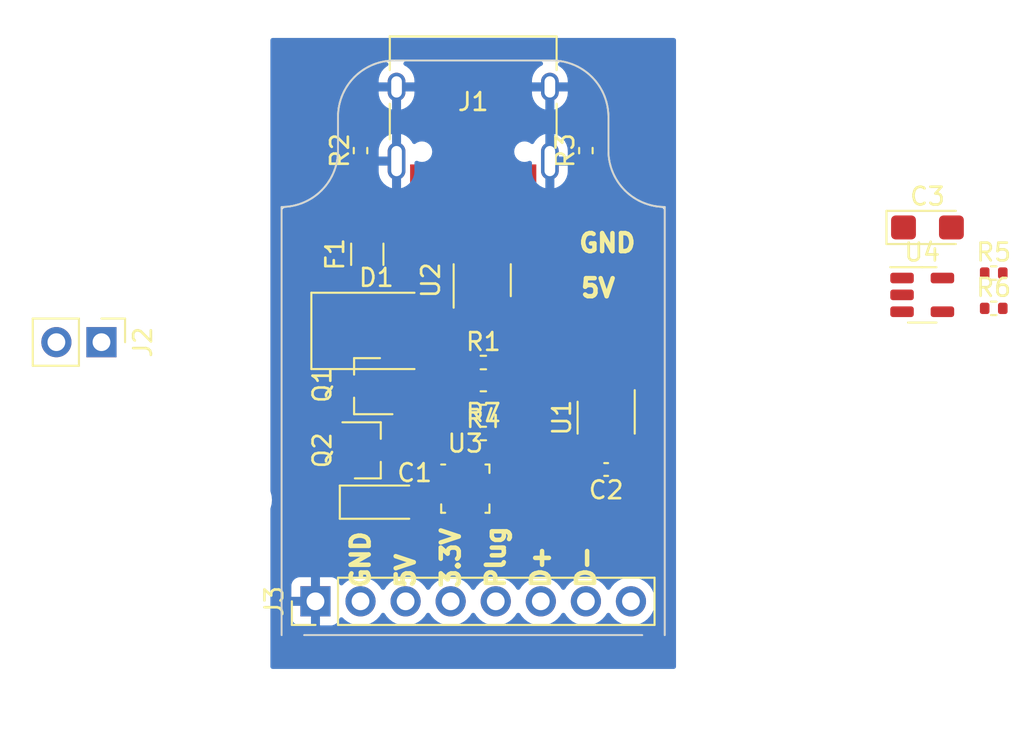
<source format=kicad_pcb>
(kicad_pcb (version 20221018) (generator pcbnew)
  (layers (0 "F.Cu" signal) (31 "B.Cu" signal) (34 "B.Paste" user) (35 "F.Paste" user) (36 "B.SilkS" user "B.Silkscreen") (37 "F.SilkS" user "F.Silkscreen") (38 "B.Mask" user) (39 "F.Mask" user) (44 "Edge.Cuts" user))
  (net 0 "")
  (net 1 "GND")
  (net 2 "+5V")
  (net 3 "Net-(F1-Pad2)")
  (net 4 "D-")
  (net 5 "D+")
  (net 6 "PlugDetect")
  (net 7 "+3.3V")
  (net 8 "Net-(D1-A1)")
  (net 9 "CC1")
  (net 11 "CC2")
  (net 13 "SDA")
  (net 14 "SCL")
  (net 15 "Net-(Q1-S)")
  (net 16 "Net-(Q2-G)")
  (net 17 "Net-(R2-Pad2)")
  (net 18 "Net-(U3-INT_N)")
  (net 19 "Net-(U4-EN)")
  (footprint "Fuse:Fuse_1206_3216Metric" (layer "F.Cu") (at 93.726 57.912 90)
    (fp_text reference "F1" (at 0 -1.82 90) (layer "F.SilkS"))
    (fp_text value "3.0A Polyfuse")
    (fp_line (start -0.602064 -0.91) (end 0.602064 -0.91) (stroke (width 0.12)) (layer "F.SilkS"))
    (fp_line (start -0.602064 0.91) (end 0.602064 0.91) (stroke (width 0.12)) (layer "F.SilkS"))
    (pad "1" smd roundrect (at -1.4 0 90) (size 1.25 1.75) (layers "F.Cu" "F.Paste" "F.Mask") (roundrect_rratio 0.2) (net 8 "Net-(D1-A1)"))
    (pad "2" smd roundrect (at 1.4 0 90) (size 1.25 1.75) (layers "F.Cu" "F.Paste" "F.Mask") (roundrect_rratio 0.2) (net 3 "Net-(F1-Pad2)"))
  )
  (footprint "Connector_USB:USB_C_Receptacle_HRO_TYPE-C-31-M-12" (layer "F.Cu") (at 99.695 49.53 180)
    (fp_text reference "J1" (at 0 0.21) (layer "F.SilkS"))
    (fp_text value "USB_C_Receptacle_USB2.0")
    (fp_line (start -4.7 -1.9) (end -4.7 0.1) (stroke (width 0.12)) (layer "F.SilkS"))
    (fp_line (start -4.7 2) (end -4.7 3.9) (stroke (width 0.12)) (layer "F.SilkS"))
    (fp_line (start -4.7 3.9) (end 4.7 3.9) (stroke (width 0.12)) (layer "F.SilkS"))
    (fp_line (start 4.7 -1.9) (end 4.7 0.1) (stroke (width 0.12)) (layer "F.SilkS"))
    (fp_line (start 4.7 2) (end 4.7 3.9) (stroke (width 0.12)) (layer "F.SilkS"))
    (pad "" np_thru_hole circle (at -2.89 -2.6 180) (size 0.65 0.65) (drill 0.65) (layers "*.Cu" "*.Mask"))
    (pad "" np_thru_hole circle (at 2.89 -2.6 180) (size 0.65 0.65) (drill 0.65) (layers "*.Cu" "*.Mask"))
    (pad "A1" smd rect (at -3.25 -4.045 180) (size 0.6 1.45) (layers "F.Cu" "F.Paste" "F.Mask") (net 1 "GND"))
    (pad "A4" smd rect (at -2.45 -4.045 180) (size 0.6 1.45) (layers "F.Cu" "F.Paste" "F.Mask") (net 3 "Net-(F1-Pad2)"))
    (pad "A5" smd rect (at -1.25 -4.045 180) (size 0.3 1.45) (layers "F.Cu" "F.Paste" "F.Mask") (net 9 "CC1"))
    (pad "A6" smd rect (at -0.25 -4.045 180) (size 0.3 1.45) (layers "F.Cu" "F.Paste" "F.Mask") (net 5 "D+"))
    (pad "A7" smd rect (at 0.25 -4.045 180) (size 0.3 1.45) (layers "F.Cu" "F.Paste" "F.Mask") (net 4 "D-"))
    (pad "A8" smd rect (at 1.25 -4.045 180) (size 0.3 1.45) (layers "F.Cu" "F.Paste" "F.Mask"))
    (pad "A9" smd rect (at 2.45 -4.045 180) (size 0.6 1.45) (layers "F.Cu" "F.Paste" "F.Mask") (net 3 "Net-(F1-Pad2)"))
    (pad "A12" smd rect (at 3.25 -4.045 180) (size 0.6 1.45) (layers "F.Cu" "F.Paste" "F.Mask") (net 1 "GND"))
    (pad "B1" smd rect (at 3.25 -4.045 180) (size 0.6 1.45) (layers "F.Cu" "F.Paste" "F.Mask") (net 1 "GND"))
    (pad "B4" smd rect (at 2.45 -4.045 180) (size 0.6 1.45) (layers "F.Cu" "F.Paste" "F.Mask") (net 3 "Net-(F1-Pad2)"))
    (pad "B5" smd rect (at 1.75 -4.045 180) (size 0.3 1.45) (layers "F.Cu" "F.Paste" "F.Mask") (net 11 "CC2"))
    (pad "B6" smd rect (at 0.75 -4.045 180) (size 0.3 1.45) (layers "F.Cu" "F.Paste" "F.Mask") (net 5 "D+"))
    (pad "B7" smd rect (at -0.75 -4.045 180) (size 0.3 1.45) (layers "F.Cu" "F.Paste" "F.Mask") (net 4 "D-"))
    (pad "B8" smd rect (at -1.75 -4.045 180) (size 0.3 1.45) (layers "F.Cu" "F.Paste" "F.Mask"))
    (pad "B9" smd rect (at -2.45 -4.045 180) (size 0.6 1.45) (layers "F.Cu" "F.Paste" "F.Mask") (net 3 "Net-(F1-Pad2)"))
    (pad "B12" smd rect (at -3.25 -4.045 180) (size 0.6 1.45) (layers "F.Cu" "F.Paste" "F.Mask") (net 1 "GND"))
    (pad "S1" thru_hole oval (at -4.32 -3.13 180) (size 1 2.1) (drill oval 0.6 1.7) (layers "*.Cu" "*.Mask") (net 1 "GND"))
    (pad "S1" thru_hole oval (at -4.32 1.05 180) (size 1 1.6) (drill oval 0.6 1.2) (layers "*.Cu" "*.Mask") (net 1 "GND"))
    (pad "S1" thru_hole oval (at 4.32 -3.13 180) (size 1 2.1) (drill oval 0.6 1.7) (layers "*.Cu" "*.Mask") (net 1 "GND"))
    (pad "S1" thru_hole oval (at 4.32 1.05 180) (size 1 1.6) (drill oval 0.6 1.2) (layers "*.Cu" "*.Mask") (net 1 "GND"))
  )
  (footprint "Resistor_SMD:R_0402_1005Metric" (layer "F.Cu") (at 100.266 64.013)
    (fp_text reference "R1" (at 0 -1.17) (layer "F.SilkS"))
    (fp_text value "100k")
    (fp_line (start -0.153641 -0.38) (end 0.153641 -0.38) (stroke (width 0.12)) (layer "F.SilkS"))
    (fp_line (start -0.153641 0.38) (end 0.153641 0.38) (stroke (width 0.12)) (layer "F.SilkS"))
    (pad "1" smd roundrect (at -0.51 0) (size 0.54 0.64) (layers "F.Cu" "F.Paste" "F.Mask") (net 15 "Net-(Q1-S)"))
    (pad "2" smd roundrect (at 0.51 0) (size 0.54 0.64) (layers "F.Cu" "F.Paste" "F.Mask") (net 6 "PlugDetect"))
  )
  (footprint "Resistor_SMD:R_0402_1005Metric" (layer "F.Cu") (at 93.345 52.07 90)
    (fp_text reference "R2" (at 0 -1.17 90) (layer "F.SilkS"))
    (fp_text value "100k")
    (fp_line (start -0.153641 -0.38) (end 0.153641 -0.38) (stroke (width 0.12)) (layer "F.SilkS"))
    (fp_line (start -0.153641 0.38) (end 0.153641 0.38) (stroke (width 0.12)) (layer "F.SilkS"))
    (pad "1" smd roundrect (at -0.51 0 90) (size 0.54 0.64) (layers "F.Cu" "F.Paste" "F.Mask") (net 6 "PlugDetect"))
    (pad "2" smd roundrect (at 0.51 0 90) (size 0.54 0.64) (layers "F.Cu" "F.Paste" "F.Mask") (net 17 "Net-(R2-Pad2)"))
  )
  (footprint "Resistor_SMD:R_0402_1005Metric" (layer "F.Cu") (at 106.045 52.07 90)
    (fp_text reference "R3" (at 0 -1.17 90) (layer "F.SilkS"))
    (fp_text value "100k")
    (fp_line (start -0.153641 -0.38) (end 0.153641 -0.38) (stroke (width 0.12)) (layer "F.SilkS"))
    (fp_line (start -0.153641 0.38) (end 0.153641 0.38) (stroke (width 0.12)) (layer "F.SilkS"))
    (pad "1" smd roundrect (at -0.51 0 90) (size 0.54 0.64) (layers "F.Cu" "F.Paste" "F.Mask") (net 17 "Net-(R2-Pad2)"))
    (pad "2" smd roundrect (at 0.51 0 90) (size 0.54 0.64) (layers "F.Cu" "F.Paste" "F.Mask") (net 1 "GND"))
  )
  (footprint "Package_TO_SOT_SMD:SOT-23-5" (layer "F.Cu") (at 107.188 67.1195 -90)
    (fp_text reference "U1" (at 0 2.5 90) (layer "F.SilkS"))
    (fp_text value "LMV321")
    (fp_line (start -0.9 1.61) (end 0.9 1.61) (stroke (width 0.12)) (layer "F.SilkS"))
    (fp_line (start 0.9 -1.61) (end -1.55 -1.61) (stroke (width 0.12)) (layer "F.SilkS"))
    (pad "1" smd rect (at -1.1 -0.95 270) (size 1.06 0.65) (layers "F.Cu" "F.Paste" "F.Mask") (net 2 "+5V"))
    (pad "2" smd rect (at -1.1 0 270) (size 1.06 0.65) (layers "F.Cu" "F.Paste" "F.Mask") (net 1 "GND"))
    (pad "3" smd rect (at -1.1 0.95 270) (size 1.06 0.65) (layers "F.Cu" "F.Paste" "F.Mask") (net 15 "Net-(Q1-S)"))
    (pad "4" smd rect (at 1.1 0.95 270) (size 1.06 0.65) (layers "F.Cu" "F.Paste" "F.Mask") (net 16 "Net-(Q2-G)"))
    (pad "5" smd rect (at 1.1 -0.95 270) (size 1.06 0.65) (layers "F.Cu" "F.Paste" "F.Mask") (net 2 "+5V"))
  )
  (footprint "Capacitor_SMD:C_0402_1005Metric" (layer "F.Cu") (at 107.188 70.0405 180)
    (fp_text reference "C2" (at 0 -1.16 180) (layer "F.SilkS"))
    (fp_text value "100n")
    (fp_line (start -0.107836 -0.36) (end 0.107836 -0.36) (stroke (width 0.12)) (layer "F.SilkS"))
    (fp_line (start -0.107836 0.36) (end 0.107836 0.36) (stroke (width 0.12)) (layer "F.SilkS"))
    (pad "1" smd roundrect (at -0.48 0 180) (size 0.56 0.62) (layers "F.Cu" "F.Paste" "F.Mask") (net 7 "+3.3V"))
    (pad "2" smd roundrect (at 0.48 0 180) (size 0.56 0.62) (layers "F.Cu" "F.Paste" "F.Mask") (net 1 "GND"))
  )
  (footprint "Package_TO_SOT_SMD:SOT-23" (layer "F.Cu") (at 93.742 65.344 180)
    (fp_text reference "Q1" (at 2.556 0.066 90) (layer "F.SilkS"))
    (fp_text value "AO3401A")
    (fp_line (start 0.76 -1.58) (end -1.4 -1.58) (stroke (width 0.12)) (layer "F.SilkS"))
    (fp_line (start 0.76 -1.58) (end 0.76 -0.65) (stroke (width 0.12)) (layer "F.SilkS"))
    (fp_line (start 0.76 1.58) (end -0.7 1.58) (stroke (width 0.12)) (layer "F.SilkS"))
    (fp_line (start 0.76 1.58) (end 0.76 0.65) (stroke (width 0.12)) (layer "F.SilkS"))
    (pad "1" smd rect (at -1 -0.95 180) (size 0.9 0.8) (layers "F.Cu" "F.Paste" "F.Mask") (net 1 "GND"))
    (pad "2" smd rect (at -1 0.95 180) (size 0.9 0.8) (layers "F.Cu" "F.Paste" "F.Mask") (net 15 "Net-(Q1-S)"))
    (pad "3" smd rect (at 1 0 180) (size 0.9 0.8) (layers "F.Cu" "F.Paste" "F.Mask") (net 8 "Net-(D1-A1)"))
  )
  (footprint "Connector_PinHeader_2.54mm:PinHeader_1x02_P2.54mm_Vertical" (layer "F.Cu") (at 78.745 62.865 -90)
    (fp_text reference "J2" (at 0 -2.33 90) (layer "F.SilkS"))
    (fp_text value "Conn_01x02")
    (fp_line (start -1.33 -1.33) (end 0 -1.33) (stroke (width 0.12)) (layer "F.SilkS"))
    (fp_line (start -1.33 0) (end -1.33 -1.33) (stroke (width 0.12)) (layer "F.SilkS"))
    (fp_line (start -1.33 1.27) (end -1.33 3.87) (stroke (width 0.12)) (layer "F.SilkS"))
    (fp_line (start -1.33 1.27) (end 1.33 1.27) (stroke (width 0.12)) (layer "F.SilkS"))
    (fp_line (start -1.33 3.87) (end 1.33 3.87) (stroke (width 0.12)) (layer "F.SilkS"))
    (fp_line (start 1.33 1.27) (end 1.33 3.87) (stroke (width 0.12)) (layer "F.SilkS"))
    (pad "1" thru_hole rect (at 0 0 270) (size 1.7 1.7) (drill 1) (layers "*.Cu" "*.Mask") (net 1 "GND"))
    (pad "2" thru_hole oval (at 0 2.54 270) (size 1.7 1.7) (drill 1) (layers "*.Cu" "*.Mask") (net 2 "+5V"))
  )
  (footprint "Package_TO_SOT_SMD:SOT-23" (layer "F.Cu") (at 93.726 68.961)
    (fp_text reference "Q2" (at -2.54 0 90) (layer "F.SilkS"))
    (fp_text value "AO3401A")
    (fp_line (start 0.76 -1.58) (end -1.4 -1.58) (stroke (width 0.12)) (layer "F.SilkS"))
    (fp_line (start 0.76 -1.58) (end 0.76 -0.65) (stroke (width 0.12)) (layer "F.SilkS"))
    (fp_line (start 0.76 1.58) (end -0.7 1.58) (stroke (width 0.12)) (layer "F.SilkS"))
    (fp_line (start 0.76 1.58) (end 0.76 0.65) (stroke (width 0.12)) (layer "F.SilkS"))
    (pad "1" smd rect (at -1 -0.95) (size 0.9 0.8) (layers "F.Cu" "F.Paste" "F.Mask") (net 16 "Net-(Q2-G)"))
    (pad "2" smd rect (at -1 0.95) (size 0.9 0.8) (layers "F.Cu" "F.Paste" "F.Mask") (net 2 "+5V"))
    (pad "3" smd rect (at 1 0) (size 0.9 0.8) (layers "F.Cu" "F.Paste" "F.Mask") (net 15 "Net-(Q1-S)"))
  )
  (footprint "Diode_SMD:D_SMB" (layer "F.Cu") (at 94.234 62.23)
    (fp_text reference "D1" (at 0 -3) (layer "F.SilkS"))
    (fp_text value "SMF5.0CA")
    (fp_line (start -3.66 -2.15) (end -3.66 2.15) (stroke (width 0.12)) (layer "F.SilkS"))
    (fp_line (start -3.66 -2.15) (end 2.15 -2.15) (stroke (width 0.12)) (layer "F.SilkS"))
    (fp_line (start -3.66 2.15) (end 2.15 2.15) (stroke (width 0.12)) (layer "F.SilkS"))
    (pad "1" smd roundrect (at -2.15 0) (size 2.5 2.3) (layers "F.Cu" "F.Paste" "F.Mask") (roundrect_rratio 0.1086956522) (net 8 "Net-(D1-A1)"))
    (pad "2" smd roundrect (at 2.15 0) (size 2.5 2.3) (layers "F.Cu" "F.Paste" "F.Mask") (roundrect_rratio 0.1086956522) (net 1 "GND"))
  )
  (footprint "Capacitor_Tantalum_SMD:CP_EIA-3216-12_Kemet-S" (layer "F.Cu") (at 94.488 71.882)
    (fp_text reference "C1" (at 1.905 -1.651) (layer "F.SilkS"))
    (fp_text value "10u")
    (fp_line (start -2.31 -0.935) (end -2.31 0.935) (stroke (width 0.12)) (layer "F.SilkS"))
    (fp_line (start -2.31 0.935) (end 1.6 0.935) (stroke (width 0.12)) (layer "F.SilkS"))
    (fp_line (start 1.6 -0.935) (end -2.31 -0.935) (stroke (width 0.12)) (layer "F.SilkS"))
    (pad "1" smd roundrect (at -1.35 0) (size 1.4 1.35) (layers "F.Cu" "F.Paste" "F.Mask") (roundrect_rratio 0.1851844444) (net 2 "+5V"))
    (pad "2" smd roundrect (at 1.35 0) (size 1.4 1.35) (layers "F.Cu" "F.Paste" "F.Mask") (roundrect_rratio 0.1851844444) (net 1 "GND"))
  )
  (footprint "Resistor_SMD:R_0402_1005Metric" (layer "F.Cu") (at 100.266 66.013 180)
    (fp_text reference "R4" (at 0 -1.17 180) (layer "F.SilkS"))
    (fp_text value "4.7k")
    (fp_line (start -0.153641 -0.38) (end 0.153641 -0.38) (stroke (width 0.12)) (layer "F.SilkS"))
    (fp_line (start -0.153641 0.38) (end 0.153641 0.38) (stroke (width 0.12)) (layer "F.SilkS"))
    (pad "1" smd roundrect (at -0.51 0 180) (size 0.54 0.64) (layers "F.Cu" "F.Paste" "F.Mask") (net 7 "+3.3V"))
    (pad "2" smd roundrect (at 0.51 0 180) (size 0.54 0.64) (layers "F.Cu" "F.Paste" "F.Mask") (net 14 "SCL"))
  )
  (footprint "Package_DFN_QFN:WQFN-14-1EP_2.5x2.5mm_P0.5mm_EP1.45x1.45mm" (layer "F.Cu") (at 99.2505 71.12)
    (fp_text reference "U3" (at 0 -2.55) (layer "F.SilkS"))
    (fp_text value "FUSB302BMPX")
    (fp_line (start -1.36 1.36) (end -1.36 0.885) (stroke (width 0.12)) (layer "F.SilkS"))
    (fp_line (start -1.135 -1.36) (end -1.36 -1.36) (stroke (width 0.12)) (layer "F.SilkS"))
    (fp_line (start -1.135 1.36) (end -1.36 1.36) (stroke (width 0.12)) (layer "F.SilkS"))
    (fp_line (start 1.135 -1.36) (end 1.36 -1.36) (stroke (width 0.12)) (layer "F.SilkS"))
    (fp_line (start 1.135 1.36) (end 1.36 1.36) (stroke (width 0.12)) (layer "F.SilkS"))
    (fp_line (start 1.36 -1.36) (end 1.36 -0.885) (stroke (width 0.12)) (layer "F.SilkS"))
    (fp_line (start 1.36 1.36) (end 1.36 0.885) (stroke (width 0.12)) (layer "F.SilkS"))
    (pad "1" smd roundrect (at -1.2625 -0.5) (size 0.675 0.25) (layers "F.Cu" "F.Paste" "F.Mask") (net 11 "CC2"))
    (pad "2" smd roundrect (at -1.2625 0) (size 0.675 0.25) (layers "F.Cu" "F.Paste" "F.Mask") (net 15 "Net-(Q1-S)"))
    (pad "3" smd roundrect (at -1.2625 0.5) (size 0.675 0.25) (layers "F.Cu" "F.Paste" "F.Mask") (net 7 "+3.3V"))
    (pad "4" smd roundrect (at -0.75 1.2625) (size 0.25 0.675) (layers "F.Cu" "F.Paste" "F.Mask") (net 7 "+3.3V"))
    (pad "5" smd roundrect (at -0.25 1.2625) (size 0.25 0.675) (layers "F.Cu" "F.Paste" "F.Mask") (net 18 "Net-(U3-INT_N)"))
    (pad "6" smd roundrect (at 0.25 1.2625) (size 0.25 0.675) (layers "F.Cu" "F.Paste" "F.Mask") (net 14 "SCL"))
    (pad "7" smd roundrect (at 0.75 1.2625) (size 0.25 0.675) (layers "F.Cu" "F.Paste" "F.Mask") (net 13 "SDA"))
    (pad "8" smd roundrect (at 1.2625 0.5) (size 0.675 0.25) (layers "F.Cu" "F.Paste" "F.Mask") (net 1 "GND"))
    (pad "9" smd roundrect (at 1.2625 0) (size 0.675 0.25) (layers "F.Cu" "F.Paste" "F.Mask") (net 1 "GND"))
    (pad "10" smd roundrect (at 1.2625 -0.5) (size 0.675 0.25) (layers "F.Cu" "F.Paste" "F.Mask") (net 9 "CC1"))
    (pad "11" smd roundrect (at 0.75 -1.2625) (size 0.25 0.675) (layers "F.Cu" "F.Paste" "F.Mask") (net 9 "CC1"))
    (pad "12" smd roundrect (at 0.25 -1.2625) (size 0.25 0.675) (layers "F.Cu" "F.Paste" "F.Mask") (net 7 "+3.3V"))
    (pad "13" smd roundrect (at -0.25 -1.2625) (size 0.25 0.675) (layers "F.Cu" "F.Paste" "F.Mask") (net 7 "+3.3V"))
    (pad "14" smd roundrect (at -0.75 -1.2625) (size 0.25 0.675) (layers "F.Cu" "F.Paste" "F.Mask") (net 11 "CC2"))
    (pad "15" smd rect (at 0 0) (size 1.45 1.45) (layers "F.Cu" "F.Mask") (net 1 "GND"))
  )
  (footprint "Resistor_SMD:R_0402_1005Metric" (layer "F.Cu") (at 100.266 68.013)
    (fp_text reference "R7" (at 0 -1.17) (layer "F.SilkS"))
    (fp_text value "4.7k")
    (fp_line (start -0.153641 -0.38) (end 0.153641 -0.38) (stroke (width 0.12)) (layer "F.SilkS"))
    (fp_line (start -0.153641 0.38) (end 0.153641 0.38) (stroke (width 0.12)) (layer "F.SilkS"))
    (pad "1" smd roundrect (at -0.51 0) (size 0.54 0.64) (layers "F.Cu" "F.Paste" "F.Mask") (net 19 "Net-(U4-EN)"))
    (pad "2" smd roundrect (at 0.51 0) (size 0.54 0.64) (layers "F.Cu" "F.Paste" "F.Mask") (net 2 "+5V"))
  )
  (footprint "Connector_PinHeader_2.54mm:PinHeader_1x08_P2.54mm_Vertical" (layer "F.Cu") (at 90.805 77.47 90)
    (fp_text reference "J3" (at 0 -2.33 90) (layer "F.SilkS"))
    (fp_text value "Conn_01x08")
    (fp_line (start -1.33 -1.33) (end 0 -1.33) (stroke (width 0.12)) (layer "F.SilkS"))
    (fp_line (start -1.33 0) (end -1.33 -1.33) (stroke (width 0.12)) (layer "F.SilkS"))
    (fp_line (start -1.33 1.27) (end -1.33 19.11) (stroke (width 0.12)) (layer "F.SilkS"))
    (fp_line (start -1.33 1.27) (end 1.33 1.27) (stroke (width 0.12)) (layer "F.SilkS"))
    (fp_line (start -1.33 19.11) (end 1.33 19.11) (stroke (width 0.12)) (layer "F.SilkS"))
    (fp_line (start 1.33 1.27) (end 1.33 19.11) (stroke (width 0.12)) (layer "F.SilkS"))
    (pad "1" thru_hole rect (at 0 0 90) (size 1.7 1.7) (drill 1) (layers "*.Cu" "*.Mask") (net 1 "GND"))
    (pad "2" thru_hole oval (at 0 2.54 90) (size 1.7 1.7) (drill 1) (layers "*.Cu" "*.Mask") (net 2 "+5V"))
    (pad "3" thru_hole oval (at 0 5.08 90) (size 1.7 1.7) (drill 1) (layers "*.Cu" "*.Mask") (net 7 "+3.3V"))
    (pad "4" thru_hole oval (at 0 7.62 90) (size 1.7 1.7) (drill 1) (layers "*.Cu" "*.Mask") (net 6 "PlugDetect"))
    (pad "5" thru_hole oval (at 0 10.16 90) (size 1.7 1.7) (drill 1) (layers "*.Cu" "*.Mask") (net 5 "D+"))
    (pad "6" thru_hole oval (at 0 12.7 90) (size 1.7 1.7) (drill 1) (layers "*.Cu" "*.Mask") (net 4 "D-"))
    (pad "7" thru_hole oval (at 0 15.24 90) (size 1.7 1.7) (drill 1) (layers "*.Cu" "*.Mask") (net 13 "SDA"))
    (pad "8" thru_hole oval (at 0 17.78 90) (size 1.7 1.7) (drill 1) (layers "*.Cu" "*.Mask") (net 14 "SCL"))
  )
  (footprint "Package_TO_SOT_SMD:SOT-23-6" (layer "F.Cu") (at 100.203 59.3725 90)
    (fp_text reference "U2" (at 0 -2.9 90) (layer "F.SilkS"))
    (fp_text value "AZC199-04S")
    (fp_line (start -0.9 1.61) (end 0.9 1.61) (stroke (width 0.12)) (layer "F.SilkS"))
    (fp_line (start 0.9 -1.61) (end -1.55 -1.61) (stroke (width 0.12)) (layer "F.SilkS"))
    (pad "1" smd rect (at -1.1 -0.95 90) (size 1.06 0.65) (layers "F.Cu" "F.Paste" "F.Mask") (net 5 "D+"))
    (pad "2" smd rect (at -1.1 0 90) (size 1.06 0.65) (layers "F.Cu" "F.Paste" "F.Mask") (net 1 "GND"))
    (pad "3" smd rect (at -1.1 0.95 90) (size 1.06 0.65) (layers "F.Cu" "F.Paste" "F.Mask") (net 11 "CC2"))
    (pad "4" smd rect (at 1.1 0.95 90) (size 1.06 0.65) (layers "F.Cu" "F.Paste" "F.Mask") (net 4 "D-"))
    (pad "5" smd rect (at 1.1 0 90) (size 1.06 0.65) (layers "F.Cu" "F.Paste" "F.Mask") (net 15 "Net-(Q1-S)"))
    (pad "6" smd rect (at 1.1 -0.95 90) (size 1.06 0.65) (layers "F.Cu" "F.Paste" "F.Mask") (net 9 "CC1"))
  )
  (footprint "Resistor_SMD:R_0402_1005Metric" (layer "F.Cu") (at 129.03 58.97)
    (fp_text reference "R5" (at 0 -1.17) (layer "F.SilkS"))
    (fp_text value "4.7k")
    (fp_line (start -0.153641 -0.38) (end 0.153641 -0.38) (stroke (width 0.12)) (layer "F.SilkS"))
    (fp_line (start -0.153641 0.38) (end 0.153641 0.38) (stroke (width 0.12)) (layer "F.SilkS"))
    (pad "1" smd roundrect (at -0.51 0) (size 0.54 0.64) (layers "F.Cu" "F.Paste" "F.Mask") (net 7 "+3.3V"))
    (pad "2" smd roundrect (at 0.51 0) (size 0.54 0.64) (layers "F.Cu" "F.Paste" "F.Mask") (net 14 "SCL"))
  )
  (footprint "Capacitor_Tantalum_SMD:CP_EIA-3216-12_Kemet-S" (layer "F.Cu") (at 125.295 56.4)
    (fp_text reference "C3" (at 0 -1.75) (layer "F.SilkS"))
    (fp_text value "10u")
    (fp_line (start -2.31 -0.935) (end -2.31 0.935) (stroke (width 0.12)) (layer "F.SilkS"))
    (fp_line (start -2.31 0.935) (end 1.6 0.935) (stroke (width 0.12)) (layer "F.SilkS"))
    (fp_line (start 1.6 -0.935) (end -2.31 -0.935) (stroke (width 0.12)) (layer "F.SilkS"))
    (pad "1" smd roundrect (at -1.35 0) (size 1.4 1.35) (layers "F.Cu" "F.Paste" "F.Mask") (roundrect_rratio 0.185185) (net 7 "+3.3V"))
    (pad "2" smd roundrect (at 1.35 0) (size 1.4 1.35) (layers "F.Cu" "F.Paste" "F.Mask") (roundrect_rratio 0.185185) (net 1 "GND"))
  )
  (footprint "Resistor_SMD:R_0402_1005Metric" (layer "F.Cu") (at 129.03 60.96)
    (fp_text reference "R6" (at 0 -1.17) (layer "F.SilkS"))
    (fp_text value "4.7k")
    (fp_line (start -0.153641 -0.38) (end 0.153641 -0.38) (stroke (width 0.12)) (layer "F.SilkS"))
    (fp_line (start -0.153641 0.38) (end 0.153641 0.38) (stroke (width 0.12)) (layer "F.SilkS"))
    (pad "1" smd roundrect (at -0.51 0) (size 0.54 0.64) (layers "F.Cu" "F.Paste" "F.Mask") (net 7 "+3.3V"))
    (pad "2" smd roundrect (at 0.51 0) (size 0.54 0.64) (layers "F.Cu" "F.Paste" "F.Mask") (net 18 "Net-(U3-INT_N)"))
  )
  (footprint "Package_TO_SOT_SMD:SOT-23-5" (layer "F.Cu") (at 125 60.2)
    (fp_text reference "U4" (at 0 -2.4) (layer "F.SilkS"))
    (fp_text value "AP2127K-3.3")
    (fp_line (start 0 -1.56) (end -1.8 -1.56) (stroke (width 0.12)) (layer "F.SilkS"))
    (fp_line (start 0 -1.56) (end 0.8 -1.56) (stroke (width 0.12)) (layer "F.SilkS"))
    (fp_line (start 0 1.56) (end -0.8 1.56) (stroke (width 0.12)) (layer "F.SilkS"))
    (fp_line (start 0 1.56) (end 0.8 1.56) (stroke (width 0.12)) (layer "F.SilkS"))
    (pad "1" smd roundrect (at -1.1375 -0.95) (size 1.325 0.6) (layers "F.Cu" "F.Paste" "F.Mask") (net 2 "+5V"))
    (pad "2" smd roundrect (at -1.1375 0) (size 1.325 0.6) (layers "F.Cu" "F.Paste" "F.Mask") (net 1 "GND"))
    (pad "3" smd roundrect (at -1.1375 0.95) (size 1.325 0.6) (layers "F.Cu" "F.Paste" "F.Mask") (net 19 "Net-(U4-EN)"))
    (pad "4" smd roundrect (at 1.1375 0.95) (size 1.325 0.6) (layers "F.Cu" "F.Paste" "F.Mask"))
    (pad "5" smd roundrect (at 1.1375 -0.95) (size 1.325 0.6) (layers "F.Cu" "F.Paste" "F.Mask") (net 7 "+3.3V"))
  )
  (gr_line (start 104.14 46.99) (end 95.25 46.99) (stroke (width 0.1)) (layer "Edge.Cuts"))
  (gr_line (start 107.315 50.165) (end 107.315 52.07) (stroke (width 0.1)) (layer "Edge.Cuts"))
  (gr_line (start 92.075 50.165) (end 92.075 52.07) (stroke (width 0.1)) (layer "Edge.Cuts"))
  (gr_line (start 90.17 79.375) (end 109.22 79.375) (stroke (width 0.1)) (layer "Edge.Cuts"))
  (gr_line (start 110.49 79.375) (end 110.49 55.245) (stroke (width 0.1)) (layer "Edge.Cuts"))
  (gr_line (start 88.9 55.245) (end 88.9 79.375) (stroke (width 0.1)) (layer "Edge.Cuts"))
  (gr_arc (start 110.49 55.245) (mid 108.244936 54.315064) (end 107.315 52.07) (stroke (width 0.1)) (layer "Edge.Cuts"))
  (gr_arc (start 104.14 46.99) (mid 106.385064 47.919936) (end 107.315 50.165) (stroke (width 0.1)) (layer "Edge.Cuts"))
  (gr_arc (start 92.075 50.165) (mid 93.004936 47.919936) (end 95.25 46.99) (stroke (width 0.1)) (layer "Edge.Cuts"))
  (gr_arc (start 92.075 52.07) (mid 91.145064 54.315064) (end 88.9 55.245) (stroke (width 0.1)) (layer "Edge.Cuts"))
  (gr_text "GND" (at 107.2515 57.277) (layer "F.SilkS") (effects (font (size 1.016 1.016) (thickness 0.254))))
  (gr_text "D+" (at 103.505 76.835 90) (layer "F.SilkS") (effects (font (size 1.016 1.016) (thickness 0.254)) (justify left)))
  (gr_text "5V" (at 106.7308 59.817) (layer "F.SilkS") (effects (font (size 1.016 1.016) (thickness 0.254))))
  (gr_text "Plug" (at 100.965 76.835 90) (layer "F.SilkS") (effects (font (size 1.016 1.016) (thickness 0.254)) (justify left)))
  (gr_text "GND" (at 93.345 76.835 90) (layer "F.SilkS") (effects (font (size 1.016 1.016) (thickness 0.254)) (justify left)))
  (gr_text "3.3V" (at 98.425 76.835 90) (layer "F.SilkS") (effects (font (size 1.016 1.016) (thickness 0.254)) (justify left)))
  (gr_text "D-" (at 106.045 76.835 90) (layer "F.SilkS") (effects (font (size 1.016 1.016) (thickness 0.254)) (justify left)))
  (gr_text "5V" (at 95.885 76.835 90) (layer "F.SilkS") (effects (font (size 1.016 1.016) (thickness 0.254)) (justify left)))
  (zone (net 1) (net_name "GND") (layer "B.Cu") (connect_pads (clearance 0.508)) (min_thickness 0.254) (fill yes (thermal_gap 0.508) (thermal_bridge_width 0.508))
    (polygon (pts (xy 111.125 81.28) (xy 88.265 81.28) (xy 88.265 45.72) (xy 111.125 45.72)))
  )
)
</source>
